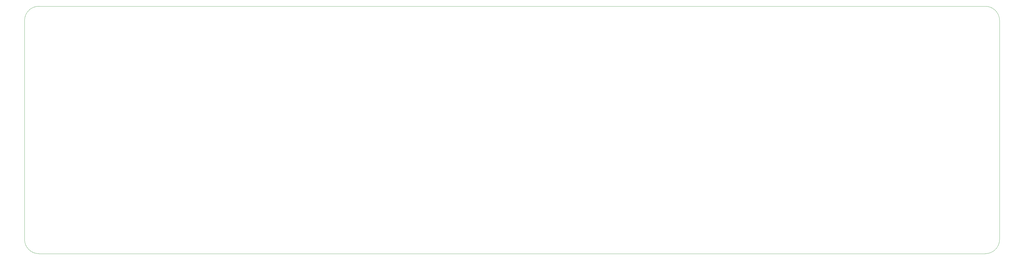
<source format=gbr>
%TF.GenerationSoftware,KiCad,Pcbnew,9.0.7*%
%TF.CreationDate,2026-02-11T10:07:39-06:00*%
%TF.ProjectId,GrizzlySimHW,4772697a-7a6c-4795-9369-6d48572e6b69,rev?*%
%TF.SameCoordinates,Original*%
%TF.FileFunction,Profile,NP*%
%FSLAX46Y46*%
G04 Gerber Fmt 4.6, Leading zero omitted, Abs format (unit mm)*
G04 Created by KiCad (PCBNEW 9.0.7) date 2026-02-11 10:07:39*
%MOMM*%
%LPD*%
G01*
G04 APERTURE LIST*
%TA.AperFunction,Profile*%
%ADD10C,0.100000*%
%TD*%
G04 APERTURE END LIST*
D10*
X-134875000Y-31000000D02*
X-134875000Y-107765200D01*
X-475804466Y-30995534D02*
G75*
G02*
X-470804466Y-25995534I5000000J0D01*
G01*
X-139875000Y-26000000D02*
G75*
G02*
X-134875000Y-31000000I0J-5000000D01*
G01*
X-470813000Y-26000000D02*
X-139875000Y-26000000D01*
X-139875000Y-112765200D02*
X-470813000Y-112765200D01*
X-470813000Y-112765200D02*
G75*
G02*
X-475813000Y-107765200I0J5000000D01*
G01*
X-134875000Y-107765200D02*
G75*
G02*
X-139875000Y-112765200I-5000000J0D01*
G01*
X-475813000Y-107765200D02*
X-475813000Y-31000000D01*
M02*

</source>
